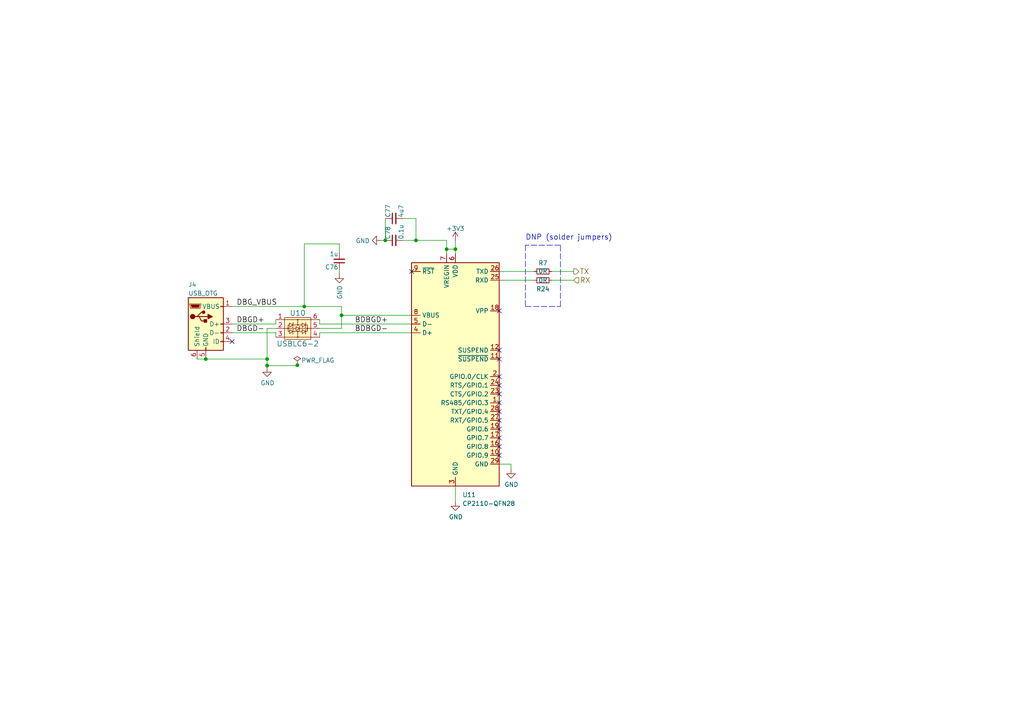
<source format=kicad_sch>
(kicad_sch (version 20211123) (generator eeschema)

  (uuid 710408c0-a240-4966-a947-ddad271d1075)

  (paper "A4")

  (lib_symbols
    (symbol "Connector:USB_OTG" (pin_names (offset 1.016)) (in_bom yes) (on_board yes)
      (property "Reference" "J" (id 0) (at -5.08 11.43 0)
        (effects (font (size 1.27 1.27)) (justify left))
      )
      (property "Value" "USB_OTG" (id 1) (at -5.08 8.89 0)
        (effects (font (size 1.27 1.27)) (justify left))
      )
      (property "Footprint" "" (id 2) (at 3.81 -1.27 0)
        (effects (font (size 1.27 1.27)) hide)
      )
      (property "Datasheet" " ~" (id 3) (at 3.81 -1.27 0)
        (effects (font (size 1.27 1.27)) hide)
      )
      (property "ki_keywords" "connector USB" (id 4) (at 0 0 0)
        (effects (font (size 1.27 1.27)) hide)
      )
      (property "ki_description" "USB mini/micro connector" (id 5) (at 0 0 0)
        (effects (font (size 1.27 1.27)) hide)
      )
      (property "ki_fp_filters" "USB*" (id 6) (at 0 0 0)
        (effects (font (size 1.27 1.27)) hide)
      )
      (symbol "USB_OTG_0_1"
        (rectangle (start -5.08 -7.62) (end 5.08 7.62)
          (stroke (width 0.254) (type default) (color 0 0 0 0))
          (fill (type background))
        )
        (circle (center -3.81 2.159) (radius 0.635)
          (stroke (width 0.254) (type default) (color 0 0 0 0))
          (fill (type outline))
        )
        (circle (center -0.635 3.429) (radius 0.381)
          (stroke (width 0.254) (type default) (color 0 0 0 0))
          (fill (type outline))
        )
        (rectangle (start -0.127 -7.62) (end 0.127 -6.858)
          (stroke (width 0) (type default) (color 0 0 0 0))
          (fill (type none))
        )
        (polyline
          (pts
            (xy -1.905 2.159)
            (xy 0.635 2.159)
          )
          (stroke (width 0.254) (type default) (color 0 0 0 0))
          (fill (type none))
        )
        (polyline
          (pts
            (xy -3.175 2.159)
            (xy -2.54 2.159)
            (xy -1.27 3.429)
            (xy -0.635 3.429)
          )
          (stroke (width 0.254) (type default) (color 0 0 0 0))
          (fill (type none))
        )
        (polyline
          (pts
            (xy -2.54 2.159)
            (xy -1.905 2.159)
            (xy -1.27 0.889)
            (xy 0 0.889)
          )
          (stroke (width 0.254) (type default) (color 0 0 0 0))
          (fill (type none))
        )
        (polyline
          (pts
            (xy 0.635 2.794)
            (xy 0.635 1.524)
            (xy 1.905 2.159)
            (xy 0.635 2.794)
          )
          (stroke (width 0.254) (type default) (color 0 0 0 0))
          (fill (type outline))
        )
        (polyline
          (pts
            (xy -4.318 5.588)
            (xy -1.778 5.588)
            (xy -2.032 4.826)
            (xy -4.064 4.826)
            (xy -4.318 5.588)
          )
          (stroke (width 0) (type default) (color 0 0 0 0))
          (fill (type outline))
        )
        (polyline
          (pts
            (xy -4.699 5.842)
            (xy -4.699 5.588)
            (xy -4.445 4.826)
            (xy -4.445 4.572)
            (xy -1.651 4.572)
            (xy -1.651 4.826)
            (xy -1.397 5.588)
            (xy -1.397 5.842)
            (xy -4.699 5.842)
          )
          (stroke (width 0) (type default) (color 0 0 0 0))
          (fill (type none))
        )
        (rectangle (start 0.254 1.27) (end -0.508 0.508)
          (stroke (width 0.254) (type default) (color 0 0 0 0))
          (fill (type outline))
        )
        (rectangle (start 5.08 -5.207) (end 4.318 -4.953)
          (stroke (width 0) (type default) (color 0 0 0 0))
          (fill (type none))
        )
        (rectangle (start 5.08 -2.667) (end 4.318 -2.413)
          (stroke (width 0) (type default) (color 0 0 0 0))
          (fill (type none))
        )
        (rectangle (start 5.08 -0.127) (end 4.318 0.127)
          (stroke (width 0) (type default) (color 0 0 0 0))
          (fill (type none))
        )
        (rectangle (start 5.08 4.953) (end 4.318 5.207)
          (stroke (width 0) (type default) (color 0 0 0 0))
          (fill (type none))
        )
      )
      (symbol "USB_OTG_1_1"
        (pin passive line (at 7.62 5.08 180) (length 2.54)
          (name "VBUS" (effects (font (size 1.27 1.27))))
          (number "1" (effects (font (size 1.27 1.27))))
        )
        (pin bidirectional line (at 7.62 -2.54 180) (length 2.54)
          (name "D-" (effects (font (size 1.27 1.27))))
          (number "2" (effects (font (size 1.27 1.27))))
        )
        (pin bidirectional line (at 7.62 0 180) (length 2.54)
          (name "D+" (effects (font (size 1.27 1.27))))
          (number "3" (effects (font (size 1.27 1.27))))
        )
        (pin passive line (at 7.62 -5.08 180) (length 2.54)
          (name "ID" (effects (font (size 1.27 1.27))))
          (number "4" (effects (font (size 1.27 1.27))))
        )
        (pin passive line (at 0 -10.16 90) (length 2.54)
          (name "GND" (effects (font (size 1.27 1.27))))
          (number "5" (effects (font (size 1.27 1.27))))
        )
        (pin passive line (at -2.54 -10.16 90) (length 2.54)
          (name "Shield" (effects (font (size 1.27 1.27))))
          (number "6" (effects (font (size 1.27 1.27))))
        )
      )
    )
    (symbol "Device:C_Small" (pin_numbers hide) (pin_names (offset 0.254) hide) (in_bom yes) (on_board yes)
      (property "Reference" "C" (id 0) (at 0.254 1.778 0)
        (effects (font (size 1.27 1.27)) (justify left))
      )
      (property "Value" "C_Small" (id 1) (at 0.254 -2.032 0)
        (effects (font (size 1.27 1.27)) (justify left))
      )
      (property "Footprint" "" (id 2) (at 0 0 0)
        (effects (font (size 1.27 1.27)) hide)
      )
      (property "Datasheet" "~" (id 3) (at 0 0 0)
        (effects (font (size 1.27 1.27)) hide)
      )
      (property "ki_keywords" "capacitor cap" (id 4) (at 0 0 0)
        (effects (font (size 1.27 1.27)) hide)
      )
      (property "ki_description" "Unpolarized capacitor, small symbol" (id 5) (at 0 0 0)
        (effects (font (size 1.27 1.27)) hide)
      )
      (property "ki_fp_filters" "C_*" (id 6) (at 0 0 0)
        (effects (font (size 1.27 1.27)) hide)
      )
      (symbol "C_Small_0_1"
        (polyline
          (pts
            (xy -1.524 -0.508)
            (xy 1.524 -0.508)
          )
          (stroke (width 0.3302) (type default) (color 0 0 0 0))
          (fill (type none))
        )
        (polyline
          (pts
            (xy -1.524 0.508)
            (xy 1.524 0.508)
          )
          (stroke (width 0.3048) (type default) (color 0 0 0 0))
          (fill (type none))
        )
      )
      (symbol "C_Small_1_1"
        (pin passive line (at 0 2.54 270) (length 2.032)
          (name "~" (effects (font (size 1.27 1.27))))
          (number "1" (effects (font (size 1.27 1.27))))
        )
        (pin passive line (at 0 -2.54 90) (length 2.032)
          (name "~" (effects (font (size 1.27 1.27))))
          (number "2" (effects (font (size 1.27 1.27))))
        )
      )
    )
    (symbol "Device:R_Small" (pin_numbers hide) (pin_names (offset 0.254) hide) (in_bom yes) (on_board yes)
      (property "Reference" "R" (id 0) (at 0.762 0.508 0)
        (effects (font (size 1.27 1.27)) (justify left))
      )
      (property "Value" "R_Small" (id 1) (at 0.762 -1.016 0)
        (effects (font (size 1.27 1.27)) (justify left))
      )
      (property "Footprint" "" (id 2) (at 0 0 0)
        (effects (font (size 1.27 1.27)) hide)
      )
      (property "Datasheet" "~" (id 3) (at 0 0 0)
        (effects (font (size 1.27 1.27)) hide)
      )
      (property "ki_keywords" "R resistor" (id 4) (at 0 0 0)
        (effects (font (size 1.27 1.27)) hide)
      )
      (property "ki_description" "Resistor, small symbol" (id 5) (at 0 0 0)
        (effects (font (size 1.27 1.27)) hide)
      )
      (property "ki_fp_filters" "R_*" (id 6) (at 0 0 0)
        (effects (font (size 1.27 1.27)) hide)
      )
      (symbol "R_Small_0_1"
        (rectangle (start -0.762 1.778) (end 0.762 -1.778)
          (stroke (width 0.2032) (type default) (color 0 0 0 0))
          (fill (type none))
        )
      )
      (symbol "R_Small_1_1"
        (pin passive line (at 0 2.54 270) (length 0.762)
          (name "~" (effects (font (size 1.27 1.27))))
          (number "1" (effects (font (size 1.27 1.27))))
        )
        (pin passive line (at 0 -2.54 90) (length 0.762)
          (name "~" (effects (font (size 1.27 1.27))))
          (number "2" (effects (font (size 1.27 1.27))))
        )
      )
    )
    (symbol "My 1024 Symbols:CP2110-QFN28" (in_bom yes) (on_board yes)
      (property "Reference" "U" (id 0) (at -8.89 39.37 0)
        (effects (font (size 1.27 1.27)))
      )
      (property "Value" "CP2110-QFN28" (id 1) (at 13.97 39.37 0)
        (effects (font (size 1.27 1.27)))
      )
      (property "Footprint" "Package_DFN_QFN:QFN-28-1EP_5x5mm_P0.5mm_EP3.35x3.35mm_ThermalVias" (id 2) (at 11.43 -41.91 0)
        (effects (font (size 1.27 1.27)) hide)
      )
      (property "Datasheet" "https://www.silabs.com/documents/public/data-sheets/cp2102n-datasheet.pdf" (id 3) (at 3.81 -38.1 0)
        (effects (font (size 1.27 1.27)) hide)
      )
      (property "ki_keywords" "USB UART bridge" (id 4) (at 0 0 0)
        (effects (font (size 1.27 1.27)) hide)
      )
      (property "ki_description" "USB to UART master bridge, QFN-24" (id 5) (at 0 0 0)
        (effects (font (size 1.27 1.27)) hide)
      )
      (property "ki_fp_filters" "QFN*4x4mm*P0.5mm*" (id 6) (at 0 0 0)
        (effects (font (size 1.27 1.27)) hide)
      )
      (symbol "CP2110-QFN28_0_1"
        (rectangle (start -12.7 38.1) (end 12.7 -26.67)
          (stroke (width 0.254) (type default) (color 0 0 0 0))
          (fill (type background))
        )
      )
      (symbol "CP2110-QFN28_1_1"
        (pin bidirectional line (at 12.7 -2.54 180) (length 2.54)
          (name "RS485/GPIO.3" (effects (font (size 1.27 1.27))))
          (number "1" (effects (font (size 1.27 1.27))))
        )
        (pin bidirectional line (at 12.7 -17.78 180) (length 2.54)
          (name "GPIO.9" (effects (font (size 1.27 1.27))))
          (number "10" (effects (font (size 1.27 1.27))))
        )
        (pin output line (at 12.7 10.16 180) (length 2.54)
          (name "~{SUSPEND}" (effects (font (size 1.27 1.27))))
          (number "11" (effects (font (size 1.27 1.27))))
        )
        (pin output line (at 12.7 12.7 180) (length 2.54)
          (name "SUSPEND" (effects (font (size 1.27 1.27))))
          (number "12" (effects (font (size 1.27 1.27))))
        )
        (pin no_connect line (at -12.7 -10.16 0) (length 2.54) hide
          (name "NC" (effects (font (size 1.27 1.27))))
          (number "13" (effects (font (size 1.27 1.27))))
        )
        (pin no_connect line (at -12.7 -12.7 0) (length 2.54) hide
          (name "NC" (effects (font (size 1.27 1.27))))
          (number "14" (effects (font (size 1.27 1.27))))
        )
        (pin no_connect line (at -12.7 -15.24 0) (length 2.54) hide
          (name "NC" (effects (font (size 1.27 1.27))))
          (number "15" (effects (font (size 1.27 1.27))))
        )
        (pin bidirectional line (at 12.7 -15.24 180) (length 2.54)
          (name "GPIO.8" (effects (font (size 1.27 1.27))))
          (number "16" (effects (font (size 1.27 1.27))))
        )
        (pin bidirectional line (at 12.7 -12.7 180) (length 2.54)
          (name "GPIO.7" (effects (font (size 1.27 1.27))))
          (number "17" (effects (font (size 1.27 1.27))))
        )
        (pin passive line (at 12.7 24.13 180) (length 2.54)
          (name "VPP" (effects (font (size 1.27 1.27))))
          (number "18" (effects (font (size 1.27 1.27))))
        )
        (pin bidirectional line (at 12.7 -10.16 180) (length 2.54)
          (name "GPIO.6" (effects (font (size 1.27 1.27))))
          (number "19" (effects (font (size 1.27 1.27))))
        )
        (pin bidirectional line (at 12.7 5.08 180) (length 2.54)
          (name "GPIO.0/CLK" (effects (font (size 1.27 1.27))))
          (number "2" (effects (font (size 1.27 1.27))))
        )
        (pin no_connect line (at -12.7 -17.78 0) (length 2.54) hide
          (name "NC" (effects (font (size 1.27 1.27))))
          (number "20" (effects (font (size 1.27 1.27))))
        )
        (pin no_connect line (at -12.7 -20.32 0) (length 2.54) hide
          (name "NC" (effects (font (size 1.27 1.27))))
          (number "21" (effects (font (size 1.27 1.27))))
        )
        (pin no_connect line (at -12.7 -22.86 0) (length 2.54) hide
          (name "NC" (effects (font (size 1.27 1.27))))
          (number "22" (effects (font (size 1.27 1.27))))
        )
        (pin bidirectional line (at 12.7 0 180) (length 2.54)
          (name "CTS/GPIO.2" (effects (font (size 1.27 1.27))))
          (number "23" (effects (font (size 1.27 1.27))))
        )
        (pin bidirectional line (at 12.7 2.54 180) (length 2.54)
          (name "RTS/GPIO.1" (effects (font (size 1.27 1.27))))
          (number "24" (effects (font (size 1.27 1.27))))
        )
        (pin input line (at 12.7 33.02 180) (length 2.54)
          (name "RXD" (effects (font (size 1.27 1.27))))
          (number "25" (effects (font (size 1.27 1.27))))
        )
        (pin output line (at 12.7 35.56 180) (length 2.54)
          (name "TXD" (effects (font (size 1.27 1.27))))
          (number "26" (effects (font (size 1.27 1.27))))
        )
        (pin bidirectional line (at 12.7 -7.62 180) (length 2.54)
          (name "RXT/GPIO.5" (effects (font (size 1.27 1.27))))
          (number "27" (effects (font (size 1.27 1.27))))
        )
        (pin bidirectional line (at 12.7 -5.08 180) (length 2.54)
          (name "TXT/GPIO.4" (effects (font (size 1.27 1.27))))
          (number "28" (effects (font (size 1.27 1.27))))
        )
        (pin power_in line (at 12.7 -20.32 180) (length 2.54)
          (name "GND" (effects (font (size 1.27 1.27))))
          (number "29" (effects (font (size 1.27 1.27))))
        )
        (pin power_in line (at 0 -26.67 90) (length 2.54)
          (name "GND" (effects (font (size 1.27 1.27))))
          (number "3" (effects (font (size 1.27 1.27))))
        )
        (pin bidirectional line (at -12.7 17.78 0) (length 2.54)
          (name "D+" (effects (font (size 1.27 1.27))))
          (number "4" (effects (font (size 1.27 1.27))))
        )
        (pin bidirectional line (at -12.7 20.32 0) (length 2.54)
          (name "D-" (effects (font (size 1.27 1.27))))
          (number "5" (effects (font (size 1.27 1.27))))
        )
        (pin power_in line (at 0 40.64 270) (length 2.54)
          (name "VDD" (effects (font (size 1.27 1.27))))
          (number "6" (effects (font (size 1.27 1.27))))
        )
        (pin power_in line (at -2.54 40.64 270) (length 2.54)
          (name "VREGIN" (effects (font (size 1.27 1.27))))
          (number "7" (effects (font (size 1.27 1.27))))
        )
        (pin input line (at -12.7 22.86 0) (length 2.54)
          (name "VBUS" (effects (font (size 1.27 1.27))))
          (number "8" (effects (font (size 1.27 1.27))))
        )
        (pin input line (at -12.7 35.56 0) (length 2.54)
          (name "~{RST}" (effects (font (size 1.27 1.27))))
          (number "9" (effects (font (size 1.27 1.27))))
        )
      )
    )
    (symbol "power:+3.3V" (power) (pin_names (offset 0)) (in_bom yes) (on_board yes)
      (property "Reference" "#PWR" (id 0) (at 0 -3.81 0)
        (effects (font (size 1.27 1.27)) hide)
      )
      (property "Value" "+3.3V" (id 1) (at 0 3.556 0)
        (effects (font (size 1.27 1.27)))
      )
      (property "Footprint" "" (id 2) (at 0 0 0)
        (effects (font (size 1.27 1.27)) hide)
      )
      (property "Datasheet" "" (id 3) (at 0 0 0)
        (effects (font (size 1.27 1.27)) hide)
      )
      (property "ki_keywords" "power-flag" (id 4) (at 0 0 0)
        (effects (font (size 1.27 1.27)) hide)
      )
      (property "ki_description" "Power symbol creates a global label with name \"+3.3V\"" (id 5) (at 0 0 0)
        (effects (font (size 1.27 1.27)) hide)
      )
      (symbol "+3.3V_0_1"
        (polyline
          (pts
            (xy -0.762 1.27)
            (xy 0 2.54)
          )
          (stroke (width 0) (type default) (color 0 0 0 0))
          (fill (type none))
        )
        (polyline
          (pts
            (xy 0 0)
            (xy 0 2.54)
          )
          (stroke (width 0) (type default) (color 0 0 0 0))
          (fill (type none))
        )
        (polyline
          (pts
            (xy 0 2.54)
            (xy 0.762 1.27)
          )
          (stroke (width 0) (type default) (color 0 0 0 0))
          (fill (type none))
        )
      )
      (symbol "+3.3V_1_1"
        (pin power_in line (at 0 0 90) (length 0) hide
          (name "+3V3" (effects (font (size 1.27 1.27))))
          (number "1" (effects (font (size 1.27 1.27))))
        )
      )
    )
    (symbol "power:GND" (power) (pin_names (offset 0)) (in_bom yes) (on_board yes)
      (property "Reference" "#PWR" (id 0) (at 0 -6.35 0)
        (effects (font (size 1.27 1.27)) hide)
      )
      (property "Value" "GND" (id 1) (at 0 -3.81 0)
        (effects (font (size 1.27 1.27)))
      )
      (property "Footprint" "" (id 2) (at 0 0 0)
        (effects (font (size 1.27 1.27)) hide)
      )
      (property "Datasheet" "" (id 3) (at 0 0 0)
        (effects (font (size 1.27 1.27)) hide)
      )
      (property "ki_keywords" "power-flag" (id 4) (at 0 0 0)
        (effects (font (size 1.27 1.27)) hide)
      )
      (property "ki_description" "Power symbol creates a global label with name \"GND\" , ground" (id 5) (at 0 0 0)
        (effects (font (size 1.27 1.27)) hide)
      )
      (symbol "GND_0_1"
        (polyline
          (pts
            (xy 0 0)
            (xy 0 -1.27)
            (xy 1.27 -1.27)
            (xy 0 -2.54)
            (xy -1.27 -1.27)
            (xy 0 -1.27)
          )
          (stroke (width 0) (type default) (color 0 0 0 0))
          (fill (type none))
        )
      )
      (symbol "GND_1_1"
        (pin power_in line (at 0 0 270) (length 0) hide
          (name "GND" (effects (font (size 1.27 1.27))))
          (number "1" (effects (font (size 1.27 1.27))))
        )
      )
    )
    (symbol "power:PWR_FLAG" (power) (pin_numbers hide) (pin_names (offset 0) hide) (in_bom yes) (on_board yes)
      (property "Reference" "#FLG" (id 0) (at 0 1.905 0)
        (effects (font (size 1.27 1.27)) hide)
      )
      (property "Value" "PWR_FLAG" (id 1) (at 0 3.81 0)
        (effects (font (size 1.27 1.27)))
      )
      (property "Footprint" "" (id 2) (at 0 0 0)
        (effects (font (size 1.27 1.27)) hide)
      )
      (property "Datasheet" "~" (id 3) (at 0 0 0)
        (effects (font (size 1.27 1.27)) hide)
      )
      (property "ki_keywords" "power-flag" (id 4) (at 0 0 0)
        (effects (font (size 1.27 1.27)) hide)
      )
      (property "ki_description" "Special symbol for telling ERC where power comes from" (id 5) (at 0 0 0)
        (effects (font (size 1.27 1.27)) hide)
      )
      (symbol "PWR_FLAG_0_0"
        (pin power_out line (at 0 0 90) (length 0)
          (name "pwr" (effects (font (size 1.27 1.27))))
          (number "1" (effects (font (size 1.27 1.27))))
        )
      )
      (symbol "PWR_FLAG_0_1"
        (polyline
          (pts
            (xy 0 0)
            (xy 0 1.27)
            (xy -1.016 1.905)
            (xy 0 2.54)
            (xy 1.016 1.905)
            (xy 0 1.27)
          )
          (stroke (width 0) (type default) (color 0 0 0 0))
          (fill (type none))
        )
      )
    )
    (symbol "usblc6-2:USBLC6-2" (pin_names (offset 1.016)) (in_bom yes) (on_board yes)
      (property "Reference" "U" (id 0) (at 0 4.445 0)
        (effects (font (size 1.524 1.524)))
      )
      (property "Value" "USBLC6-2" (id 1) (at 0 -4.445 0)
        (effects (font (size 1.524 1.524)))
      )
      (property "Footprint" "" (id 2) (at 0 -0.508 0)
        (effects (font (size 1.524 1.524)) hide)
      )
      (property "Datasheet" "" (id 3) (at 0 -0.508 0)
        (effects (font (size 1.524 1.524)) hide)
      )
      (property "ki_fp_filters" "SOT23-6" (id 4) (at 0 0 0)
        (effects (font (size 1.27 1.27)) hide)
      )
      (symbol "USBLC6-2_0_1"
        (rectangle (start -3.81 3.175) (end 3.81 -3.175)
          (stroke (width 0) (type default) (color 0 0 0 0))
          (fill (type background))
        )
        (circle (center -2.794 0) (radius 0.127)
          (stroke (width 0) (type default) (color 0 0 0 0))
          (fill (type none))
        )
        (circle (center 0 -2.54) (radius 0.127)
          (stroke (width 0) (type default) (color 0 0 0 0))
          (fill (type none))
        )
        (circle (center 0 -0.889) (radius 0.127)
          (stroke (width 0) (type default) (color 0 0 0 0))
          (fill (type none))
        )
        (polyline
          (pts
            (xy -3.81 -2.54)
            (xy 3.81 -2.54)
          )
          (stroke (width 0) (type default) (color 0 0 0 0))
          (fill (type none))
        )
        (polyline
          (pts
            (xy -1.397 -1.524)
            (xy -1.524 -1.651)
          )
          (stroke (width 0) (type default) (color 0 0 0 0))
          (fill (type none))
        )
        (polyline
          (pts
            (xy -1.397 -0.889)
            (xy 1.27 -0.889)
          )
          (stroke (width 0) (type default) (color 0 0 0 0))
          (fill (type none))
        )
        (polyline
          (pts
            (xy -1.397 -0.381)
            (xy -1.397 -1.524)
          )
          (stroke (width 0) (type default) (color 0 0 0 0))
          (fill (type none))
        )
        (polyline
          (pts
            (xy -1.397 -0.381)
            (xy -1.27 -0.254)
          )
          (stroke (width 0) (type default) (color 0 0 0 0))
          (fill (type none))
        )
        (polyline
          (pts
            (xy -1.397 0.381)
            (xy -1.524 0.254)
          )
          (stroke (width 0) (type default) (color 0 0 0 0))
          (fill (type none))
        )
        (polyline
          (pts
            (xy -1.397 1.016)
            (xy 1.27 1.016)
          )
          (stroke (width 0) (type default) (color 0 0 0 0))
          (fill (type none))
        )
        (polyline
          (pts
            (xy -1.397 1.524)
            (xy -1.397 0.381)
          )
          (stroke (width 0) (type default) (color 0 0 0 0))
          (fill (type none))
        )
        (polyline
          (pts
            (xy -1.397 1.524)
            (xy -1.27 1.651)
          )
          (stroke (width 0) (type default) (color 0 0 0 0))
          (fill (type none))
        )
        (polyline
          (pts
            (xy -0.508 0)
            (xy -3.81 0)
          )
          (stroke (width 0) (type default) (color 0 0 0 0))
          (fill (type none))
        )
        (polyline
          (pts
            (xy 0 -0.889)
            (xy 0 -2.54)
          )
          (stroke (width 0) (type default) (color 0 0 0 0))
          (fill (type none))
        )
        (polyline
          (pts
            (xy 0 1.016)
            (xy 0 2.54)
          )
          (stroke (width 0) (type default) (color 0 0 0 0))
          (fill (type none))
        )
        (polyline
          (pts
            (xy 0.381 -0.635)
            (xy 0.508 -0.508)
          )
          (stroke (width 0) (type default) (color 0 0 0 0))
          (fill (type none))
        )
        (polyline
          (pts
            (xy 0.508 0)
            (xy 3.81 0)
          )
          (stroke (width 0) (type default) (color 0 0 0 0))
          (fill (type none))
        )
        (polyline
          (pts
            (xy 0.508 0.508)
            (xy 0.508 -0.508)
          )
          (stroke (width 0) (type default) (color 0 0 0 0))
          (fill (type none))
        )
        (polyline
          (pts
            (xy 0.508 0.508)
            (xy 0.635 0.635)
          )
          (stroke (width 0) (type default) (color 0 0 0 0))
          (fill (type none))
        )
        (polyline
          (pts
            (xy 2.286 -1.524)
            (xy 2.159 -1.651)
          )
          (stroke (width 0) (type default) (color 0 0 0 0))
          (fill (type none))
        )
        (polyline
          (pts
            (xy 2.286 -0.381)
            (xy 2.286 -1.524)
          )
          (stroke (width 0) (type default) (color 0 0 0 0))
          (fill (type none))
        )
        (polyline
          (pts
            (xy 2.286 -0.381)
            (xy 2.413 -0.254)
          )
          (stroke (width 0) (type default) (color 0 0 0 0))
          (fill (type none))
        )
        (polyline
          (pts
            (xy 2.286 0.381)
            (xy 2.159 0.254)
          )
          (stroke (width 0) (type default) (color 0 0 0 0))
          (fill (type none))
        )
        (polyline
          (pts
            (xy 2.286 1.524)
            (xy 2.286 0.381)
          )
          (stroke (width 0) (type default) (color 0 0 0 0))
          (fill (type none))
        )
        (polyline
          (pts
            (xy 2.286 1.524)
            (xy 2.413 1.651)
          )
          (stroke (width 0) (type default) (color 0 0 0 0))
          (fill (type none))
        )
        (polyline
          (pts
            (xy 3.81 2.54)
            (xy -3.81 2.54)
          )
          (stroke (width 0) (type default) (color 0 0 0 0))
          (fill (type none))
        )
        (polyline
          (pts
            (xy -2.413 -0.889)
            (xy -2.794 -0.889)
            (xy -2.794 1.016)
            (xy -2.413 1.016)
          )
          (stroke (width 0) (type default) (color 0 0 0 0))
          (fill (type none))
        )
        (polyline
          (pts
            (xy -2.413 -0.381)
            (xy -2.413 -1.524)
            (xy -1.397 -0.889)
            (xy -2.413 -0.381)
          )
          (stroke (width 0) (type default) (color 0 0 0 0))
          (fill (type none))
        )
        (polyline
          (pts
            (xy -2.413 1.524)
            (xy -2.413 0.381)
            (xy -1.397 1.016)
            (xy -2.413 1.524)
          )
          (stroke (width 0) (type default) (color 0 0 0 0))
          (fill (type none))
        )
        (polyline
          (pts
            (xy -0.508 0.508)
            (xy -0.508 -0.635)
            (xy 0.508 0)
            (xy -0.508 0.508)
          )
          (stroke (width 0) (type default) (color 0 0 0 0))
          (fill (type none))
        )
        (polyline
          (pts
            (xy 1.27 -0.381)
            (xy 1.27 -1.524)
            (xy 2.286 -0.889)
            (xy 1.27 -0.381)
          )
          (stroke (width 0) (type default) (color 0 0 0 0))
          (fill (type none))
        )
        (polyline
          (pts
            (xy 1.27 1.524)
            (xy 1.27 0.381)
            (xy 2.286 1.016)
            (xy 1.27 1.524)
          )
          (stroke (width 0) (type default) (color 0 0 0 0))
          (fill (type none))
        )
        (polyline
          (pts
            (xy 2.286 1.016)
            (xy 2.667 1.016)
            (xy 2.794 1.016)
            (xy 2.794 -0.889)
            (xy 2.286 -0.889)
          )
          (stroke (width 0) (type default) (color 0 0 0 0))
          (fill (type none))
        )
        (circle (center 0 1.016) (radius 0.127)
          (stroke (width 0) (type default) (color 0 0 0 0))
          (fill (type none))
        )
        (circle (center 0 2.54) (radius 0.127)
          (stroke (width 0) (type default) (color 0 0 0 0))
          (fill (type none))
        )
        (circle (center 2.794 0) (radius 0.127)
          (stroke (width 0) (type default) (color 0 0 0 0))
          (fill (type none))
        )
      )
      (symbol "USBLC6-2_1_1"
        (pin bidirectional line (at -6.35 2.54 0) (length 2.54)
          (name "~" (effects (font (size 1.27 1.27))))
          (number "1" (effects (font (size 1.27 1.27))))
        )
        (pin bidirectional line (at -6.35 0 0) (length 2.54)
          (name "~" (effects (font (size 1.27 1.27))))
          (number "2" (effects (font (size 1.27 1.27))))
        )
        (pin bidirectional line (at -6.35 -2.54 0) (length 2.54)
          (name "~" (effects (font (size 1.27 1.27))))
          (number "3" (effects (font (size 1.27 1.27))))
        )
        (pin bidirectional line (at 6.35 -2.54 180) (length 2.54)
          (name "~" (effects (font (size 1.27 1.27))))
          (number "4" (effects (font (size 1.27 1.27))))
        )
        (pin bidirectional line (at 6.35 0 180) (length 2.54)
          (name "~" (effects (font (size 1.27 1.27))))
          (number "5" (effects (font (size 1.27 1.27))))
        )
        (pin bidirectional line (at 6.35 2.54 180) (length 2.54)
          (name "~" (effects (font (size 1.27 1.27))))
          (number "6" (effects (font (size 1.27 1.27))))
        )
      )
    )
  )

  (junction (at 111.76 69.723) (diameter 0) (color 0 0 0 0)
    (uuid 00939776-5349-4d6e-8797-b3d29b4a09a0)
  )
  (junction (at 120.65 69.723) (diameter 0) (color 0 0 0 0)
    (uuid 2043c7d6-1784-4d98-9ccb-008d17749410)
  )
  (junction (at 129.54 72.263) (diameter 0) (color 0 0 0 0)
    (uuid 2e387939-3e6d-4a6d-a379-a634e39d9e26)
  )
  (junction (at 132.08 72.263) (diameter 0) (color 0 0 0 0)
    (uuid 56e06569-9840-41cf-8067-b6c98f6e953c)
  )
  (junction (at 77.47 106.045) (diameter 0) (color 0 0 0 0)
    (uuid 7c4395dd-21c6-4396-a093-924f29c80e91)
  )
  (junction (at 99.06 91.44) (diameter 0) (color 0 0 0 0)
    (uuid 9173b9b4-b668-4dfe-ad35-33c3a032b0f6)
  )
  (junction (at 77.47 104.14) (diameter 0) (color 0 0 0 0)
    (uuid 96aae949-c3a2-4db9-b5a5-3fde0636ebe4)
  )
  (junction (at 86.233 105.918) (diameter 0) (color 0 0 0 0)
    (uuid babca45e-48ac-443d-b047-b61e516293c6)
  )
  (junction (at 59.69 104.14) (diameter 0) (color 0 0 0 0)
    (uuid c35acf5e-039d-41d1-ace5-cdb0216ada6c)
  )
  (junction (at 88.265 88.9) (diameter 0) (color 0 0 0 0)
    (uuid ded994ca-fe89-4bc0-96db-320ff3d062c2)
  )

  (no_connect (at 144.78 111.76) (uuid 06048908-9173-48cc-a370-806faa1ca11d))
  (no_connect (at 144.78 104.14) (uuid 0719ef45-8469-4d84-9a15-f0a6d98f1513))
  (no_connect (at 144.78 124.46) (uuid 12241f07-2aa2-430f-b1f5-735d17b1cc19))
  (no_connect (at 144.78 127) (uuid 2dc6deef-5679-412b-a60c-d607e10b633a))
  (no_connect (at 67.31 99.06) (uuid 36103841-d0f9-4816-a28e-71039685d68c))
  (no_connect (at 144.78 109.22) (uuid 37abdf73-2143-4169-b699-f0ee8a082dc0))
  (no_connect (at 144.78 116.84) (uuid 4e8109e0-a67e-479d-9e7b-7eb7e6583570))
  (no_connect (at 144.78 121.92) (uuid 55b8ea0a-55d6-4ca4-8ce0-3d8f45915152))
  (no_connect (at 144.78 129.54) (uuid 6ab212ad-f9d8-48d7-bbc5-9eb3f0a1c4a9))
  (no_connect (at 144.78 114.3) (uuid 6ff3d715-b265-47c3-bff4-c078137e96ea))
  (no_connect (at 119.38 78.74) (uuid 848dbdf8-7e30-4573-93d7-aeb3800e7822))
  (no_connect (at 144.78 101.6) (uuid b665fc6f-1a9e-4f96-afba-5bea0d0c463e))
  (no_connect (at 144.78 132.08) (uuid d06d4b95-7954-4f1b-a2f1-ac7ec878c218))
  (no_connect (at 144.78 90.17) (uuid e11b2dc8-0300-4ab7-89fd-580fb3216ce1))
  (no_connect (at 144.78 119.38) (uuid f1161830-563d-4a8a-a6aa-0211020e85b6))

  (polyline (pts (xy 152.4 88.9) (xy 162.56 88.9))
    (stroke (width 0) (type default) (color 0 0 0 0))
    (uuid 0b296c27-0219-45ea-a3a7-c793bbeafb01)
  )

  (wire (pts (xy 166.37 81.28) (xy 160.02 81.28))
    (stroke (width 0) (type default) (color 0 0 0 0))
    (uuid 0fbaff59-7b7f-4c75-8c4d-115f863ca7eb)
  )
  (wire (pts (xy 116.84 63.373) (xy 120.65 63.373))
    (stroke (width 0) (type default) (color 0 0 0 0))
    (uuid 13cc6d26-feeb-42fb-b5e2-9ee4914a2254)
  )
  (wire (pts (xy 92.71 96.52) (xy 119.38 96.52))
    (stroke (width 0) (type default) (color 0 0 0 0))
    (uuid 15ab5421-b4a2-4201-8f0f-97e48d790f04)
  )
  (wire (pts (xy 67.31 93.98) (xy 80.01 93.98))
    (stroke (width 0) (type default) (color 0 0 0 0))
    (uuid 19140817-095b-4b38-bd0f-c48ee0174e19)
  )
  (wire (pts (xy 57.15 104.14) (xy 59.69 104.14))
    (stroke (width 0) (type default) (color 0 0 0 0))
    (uuid 1a75e7a7-450e-40fa-9a8e-f369657da98c)
  )
  (wire (pts (xy 99.06 88.9) (xy 99.06 91.44))
    (stroke (width 0) (type default) (color 0 0 0 0))
    (uuid 1cf460b9-342c-4f52-a593-61d7e9680e5b)
  )
  (wire (pts (xy 80.01 96.52) (xy 80.01 97.79))
    (stroke (width 0) (type default) (color 0 0 0 0))
    (uuid 24feb0ea-2392-4a57-ac32-ea13adf83c90)
  )
  (wire (pts (xy 88.265 88.9) (xy 99.06 88.9))
    (stroke (width 0) (type default) (color 0 0 0 0))
    (uuid 25f8d873-c5a0-47ac-9d37-bfd56913671a)
  )
  (polyline (pts (xy 152.4 71.12) (xy 152.4 88.9))
    (stroke (width 0) (type default) (color 0 0 0 0))
    (uuid 274c1b80-32e6-494e-b794-790cdb52a6a3)
  )

  (wire (pts (xy 129.54 69.723) (xy 129.54 72.263))
    (stroke (width 0) (type default) (color 0 0 0 0))
    (uuid 3285e223-3bd0-472f-ac3c-856f17eba089)
  )
  (wire (pts (xy 129.54 69.723) (xy 120.65 69.723))
    (stroke (width 0) (type default) (color 0 0 0 0))
    (uuid 33ddc132-087d-4bf4-82e1-9788c42df2b3)
  )
  (wire (pts (xy 111.76 69.723) (xy 111.76 63.373))
    (stroke (width 0) (type default) (color 0 0 0 0))
    (uuid 382c185d-0cbb-4ce0-8911-dff3fa30e353)
  )
  (polyline (pts (xy 162.56 71.12) (xy 152.4 71.12))
    (stroke (width 0) (type default) (color 0 0 0 0))
    (uuid 3e0d9b05-c1f5-4561-bb27-9a798896db14)
  )

  (wire (pts (xy 77.47 95.25) (xy 77.47 104.14))
    (stroke (width 0) (type default) (color 0 0 0 0))
    (uuid 534f19d5-b8b0-4741-81cf-bb89b9296d6d)
  )
  (wire (pts (xy 86.233 105.918) (xy 86.233 106.045))
    (stroke (width 0) (type default) (color 0 0 0 0))
    (uuid 54c3f23c-c48b-42c7-b0a8-ebd025a01c31)
  )
  (wire (pts (xy 98.425 79.502) (xy 98.425 78.232))
    (stroke (width 0) (type default) (color 0 0 0 0))
    (uuid 581fb086-2cf5-430e-b7db-f72fc68f00db)
  )
  (wire (pts (xy 67.31 88.9) (xy 88.265 88.9))
    (stroke (width 0) (type default) (color 0 0 0 0))
    (uuid 59836595-8dbd-4826-9dba-964ac22b74b9)
  )
  (wire (pts (xy 144.78 81.28) (xy 154.94 81.28))
    (stroke (width 0) (type default) (color 0 0 0 0))
    (uuid 5af196e0-6b86-4946-be09-bd4d61a2b306)
  )
  (wire (pts (xy 144.78 134.62) (xy 148.209 134.62))
    (stroke (width 0) (type default) (color 0 0 0 0))
    (uuid 5ea29360-d1fa-4ada-b663-e4e631dd68fe)
  )
  (wire (pts (xy 77.47 104.14) (xy 77.47 106.045))
    (stroke (width 0) (type default) (color 0 0 0 0))
    (uuid 6834ebe1-1b1c-4129-b2d4-8c33b7c73717)
  )
  (wire (pts (xy 110.49 69.723) (xy 111.76 69.723))
    (stroke (width 0) (type default) (color 0 0 0 0))
    (uuid 6c8ae715-f31b-4163-8e8c-0f6a67404abb)
  )
  (wire (pts (xy 67.31 96.52) (xy 80.01 96.52))
    (stroke (width 0) (type default) (color 0 0 0 0))
    (uuid 70a4524e-e441-4db7-b3f8-a6f20b758fd5)
  )
  (wire (pts (xy 132.08 140.97) (xy 132.08 145.542))
    (stroke (width 0) (type default) (color 0 0 0 0))
    (uuid 76868bf8-a196-4203-bc7f-724a55c05e0d)
  )
  (wire (pts (xy 99.06 91.44) (xy 119.38 91.44))
    (stroke (width 0) (type default) (color 0 0 0 0))
    (uuid 805afc67-5ccc-478b-b3d0-4a6fe4525837)
  )
  (wire (pts (xy 92.71 93.98) (xy 92.71 92.71))
    (stroke (width 0) (type default) (color 0 0 0 0))
    (uuid 8ab5fd51-30be-4d83-8a33-028d588444e3)
  )
  (wire (pts (xy 92.71 95.25) (xy 99.06 95.25))
    (stroke (width 0) (type default) (color 0 0 0 0))
    (uuid 8f9a691d-0dec-4435-9122-baec9bb7a416)
  )
  (wire (pts (xy 92.71 96.52) (xy 92.71 97.79))
    (stroke (width 0) (type default) (color 0 0 0 0))
    (uuid 9351de74-79ba-430d-a910-61079909a782)
  )
  (polyline (pts (xy 162.56 88.9) (xy 162.56 71.12))
    (stroke (width 0) (type default) (color 0 0 0 0))
    (uuid 93b46382-9a5c-4f2f-9b35-c9b2b30ac4a1)
  )

  (wire (pts (xy 144.78 78.74) (xy 154.94 78.74))
    (stroke (width 0) (type default) (color 0 0 0 0))
    (uuid a29132dc-9140-4270-8558-fee5899c94c2)
  )
  (wire (pts (xy 80.01 95.25) (xy 77.47 95.25))
    (stroke (width 0) (type default) (color 0 0 0 0))
    (uuid a457df66-1843-467c-bd53-0087854eb3bb)
  )
  (wire (pts (xy 129.54 72.263) (xy 132.08 72.263))
    (stroke (width 0) (type default) (color 0 0 0 0))
    (uuid a4e694c4-a28e-42cc-998c-8c9f8d4a5cfb)
  )
  (wire (pts (xy 98.425 70.739) (xy 98.425 73.152))
    (stroke (width 0) (type default) (color 0 0 0 0))
    (uuid a531ac2a-5edc-4ab9-9cc8-46e2acbb79bc)
  )
  (wire (pts (xy 148.209 134.62) (xy 148.209 136.144))
    (stroke (width 0) (type default) (color 0 0 0 0))
    (uuid aa48ffcd-cd4a-4cb1-9215-3f9d627cb64a)
  )
  (wire (pts (xy 120.65 69.723) (xy 116.84 69.723))
    (stroke (width 0) (type default) (color 0 0 0 0))
    (uuid b01a2b10-68b3-461a-95f7-3cdc86f9b526)
  )
  (wire (pts (xy 132.08 72.263) (xy 132.08 73.66))
    (stroke (width 0) (type default) (color 0 0 0 0))
    (uuid b38ef2da-9388-44a1-9511-dac3b7ccec6f)
  )
  (wire (pts (xy 160.02 78.74) (xy 166.37 78.74))
    (stroke (width 0) (type default) (color 0 0 0 0))
    (uuid b7f80866-45f3-410b-94f7-3bc8445b1b03)
  )
  (wire (pts (xy 80.01 92.71) (xy 80.01 93.98))
    (stroke (width 0) (type default) (color 0 0 0 0))
    (uuid bf4d5f52-00b9-4544-ac2e-39de379ea12d)
  )
  (wire (pts (xy 120.65 63.373) (xy 120.65 69.723))
    (stroke (width 0) (type default) (color 0 0 0 0))
    (uuid c2e25e31-5c14-46c5-9051-52784fcb6b5c)
  )
  (wire (pts (xy 59.69 104.14) (xy 77.47 104.14))
    (stroke (width 0) (type default) (color 0 0 0 0))
    (uuid c7157801-029e-4e5e-b4b7-2822d6e1eb19)
  )
  (wire (pts (xy 92.71 93.98) (xy 119.38 93.98))
    (stroke (width 0) (type default) (color 0 0 0 0))
    (uuid c9772360-27a1-40a8-9705-708711cd0c73)
  )
  (wire (pts (xy 88.265 70.739) (xy 98.425 70.739))
    (stroke (width 0) (type default) (color 0 0 0 0))
    (uuid d4f32aed-e4a4-4458-bada-fd827a134f18)
  )
  (wire (pts (xy 99.06 95.25) (xy 99.06 91.44))
    (stroke (width 0) (type default) (color 0 0 0 0))
    (uuid da228abc-ee11-4300-9fa9-a77db3a05207)
  )
  (wire (pts (xy 129.54 72.263) (xy 129.54 73.66))
    (stroke (width 0) (type default) (color 0 0 0 0))
    (uuid de958f37-38f0-44dc-9e80-958fb33774bb)
  )
  (wire (pts (xy 77.47 106.045) (xy 77.47 106.68))
    (stroke (width 0) (type default) (color 0 0 0 0))
    (uuid e7e5af8d-3990-46e4-a133-b807e4b1bc2c)
  )
  (wire (pts (xy 132.08 69.85) (xy 132.08 72.263))
    (stroke (width 0) (type default) (color 0 0 0 0))
    (uuid f03809cb-4587-4922-8a82-11cffa5bc4ec)
  )
  (wire (pts (xy 77.47 106.045) (xy 86.233 106.045))
    (stroke (width 0) (type default) (color 0 0 0 0))
    (uuid fc0f9a1c-504d-45b9-b1ac-d2b342373e3a)
  )
  (wire (pts (xy 88.265 70.739) (xy 88.265 88.9))
    (stroke (width 0) (type default) (color 0 0 0 0))
    (uuid fd9a2d7f-0333-4567-9501-694cd4169c6d)
  )

  (text "DNP (solder jumpers)" (at 152.4 69.85 0)
    (effects (font (size 1.524 1.524)) (justify left bottom))
    (uuid 76c04e3a-730a-4626-a08a-02027cb209c1)
  )

  (label "BDBGD+" (at 102.87 93.98 0)
    (effects (font (size 1.524 1.524)) (justify left bottom))
    (uuid 20e11e28-15fb-4b63-90c3-917d52c1f030)
  )
  (label "DBGD-" (at 68.58 96.52 0)
    (effects (font (size 1.524 1.524)) (justify left bottom))
    (uuid 5ea603e6-36cc-4b07-9287-a5f198e0680d)
  )
  (label "DBGD+" (at 68.58 93.98 0)
    (effects (font (size 1.524 1.524)) (justify left bottom))
    (uuid 701a4052-b907-457a-923e-9391a499dfc5)
  )
  (label "BDBGD-" (at 102.87 96.52 0)
    (effects (font (size 1.524 1.524)) (justify left bottom))
    (uuid 7383b381-ec61-4fe6-83ac-c41905d6246d)
  )
  (label "DBG_VBUS" (at 68.58 88.9 0)
    (effects (font (size 1.524 1.524)) (justify left bottom))
    (uuid ad64f7fb-4650-47c1-b1ed-a602e40924d6)
  )

  (hierarchical_label "RX" (shape input) (at 166.37 81.28 0)
    (effects (font (size 1.524 1.524)) (justify left))
    (uuid 5193b2c3-55a1-44e6-9b1e-0ccd5ffefe3e)
  )
  (hierarchical_label "TX" (shape output) (at 166.37 78.74 0)
    (effects (font (size 1.524 1.524)) (justify left))
    (uuid 92a8b516-ebea-438b-bdb5-775d0cf448cc)
  )

  (symbol (lib_id "power:+3.3V") (at 132.08 69.85 0) (mirror y) (unit 1)
    (in_bom yes) (on_board yes)
    (uuid 00000000-0000-0000-0000-00005bad2feb)
    (property "Reference" "#PWR086" (id 0) (at 132.08 73.66 0)
      (effects (font (size 1.27 1.27)) hide)
    )
    (property "Value" "+3.3V" (id 1) (at 132.08 66.294 0))
    (property "Footprint" "" (id 2) (at 132.08 69.85 0)
      (effects (font (size 1.27 1.27)) hide)
    )
    (property "Datasheet" "" (id 3) (at 132.08 69.85 0)
      (effects (font (size 1.27 1.27)) hide)
    )
    (pin "1" (uuid 95f21150-da74-41fc-833b-e2100e21a7ed))
  )

  (symbol (lib_id "Device:C_Small") (at 114.3 69.723 90) (unit 1)
    (in_bom yes) (on_board yes)
    (uuid 00000000-0000-0000-0000-00005bad879c)
    (property "Reference" "C78" (id 0) (at 112.522 69.469 0)
      (effects (font (size 1.27 1.27)) (justify left))
    )
    (property "Value" "0.1u" (id 1) (at 116.332 69.469 0)
      (effects (font (size 1.27 1.27)) (justify left))
    )
    (property "Footprint" "Capacitor_SMD:C_0402_1005Metric" (id 2) (at 114.3 69.723 0)
      (effects (font (size 1.27 1.27)) hide)
    )
    (property "Datasheet" "" (id 3) (at 114.3 69.723 0)
      (effects (font (size 1.27 1.27)) hide)
    )
    (property "Field4" "C1005X7R1C104K050BC" (id 4) (at 171.45 184.023 0)
      (effects (font (size 1.27 1.27)) hide)
    )
    (property "Field5" "445-4952-1-ND" (id 5) (at 171.45 184.023 0)
      (effects (font (size 1.27 1.27)) hide)
    )
    (pin "1" (uuid b92f08b2-0236-4a4e-83b5-e7867724bb9e))
    (pin "2" (uuid f064b616-706d-4f8e-8a6b-08862cca8882))
  )

  (symbol (lib_id "Device:C_Small") (at 114.3 63.373 90) (unit 1)
    (in_bom yes) (on_board yes)
    (uuid 00000000-0000-0000-0000-00005bad87f7)
    (property "Reference" "C77" (id 0) (at 112.522 63.119 0)
      (effects (font (size 1.27 1.27)) (justify left))
    )
    (property "Value" "4u7" (id 1) (at 116.332 63.119 0)
      (effects (font (size 1.27 1.27)) (justify left))
    )
    (property "Footprint" "Capacitor_SMD:C_0402_1005Metric" (id 2) (at 114.3 63.373 0)
      (effects (font (size 1.27 1.27)) hide)
    )
    (property "Datasheet" "" (id 3) (at 114.3 63.373 0)
      (effects (font (size 1.27 1.27)) hide)
    )
    (property "Field4" "C1005X5R0J475M050BC" (id 4) (at 165.1 177.673 0)
      (effects (font (size 1.27 1.27)) hide)
    )
    (property "Field5" "445-7395-1-ND" (id 5) (at 165.1 177.673 0)
      (effects (font (size 1.27 1.27)) hide)
    )
    (pin "1" (uuid 410b2981-c904-4730-9356-1563b66b0a7b))
    (pin "2" (uuid 2799b75d-fc9f-4f88-83fe-b773ecff9407))
  )

  (symbol (lib_id "power:GND") (at 110.49 69.723 270) (unit 1)
    (in_bom yes) (on_board yes)
    (uuid 00000000-0000-0000-0000-00005bad8871)
    (property "Reference" "#PWR085" (id 0) (at 104.14 69.723 0)
      (effects (font (size 1.27 1.27)) hide)
    )
    (property "Value" "GND" (id 1) (at 107.2388 69.85 90)
      (effects (font (size 1.27 1.27)) (justify right))
    )
    (property "Footprint" "" (id 2) (at 110.49 69.723 0)
      (effects (font (size 1.27 1.27)) hide)
    )
    (property "Datasheet" "" (id 3) (at 110.49 69.723 0)
      (effects (font (size 1.27 1.27)) hide)
    )
    (pin "1" (uuid 8296a2dc-02f5-4a52-ab42-8d2bc00c8594))
  )

  (symbol (lib_id "Device:C_Small") (at 98.425 75.692 180) (unit 1)
    (in_bom yes) (on_board yes)
    (uuid 00000000-0000-0000-0000-00005bad93dd)
    (property "Reference" "C76" (id 0) (at 98.171 77.47 0)
      (effects (font (size 1.27 1.27)) (justify left))
    )
    (property "Value" "1u" (id 1) (at 98.171 73.66 0)
      (effects (font (size 1.27 1.27)) (justify left))
    )
    (property "Footprint" "Capacitor_SMD:C_0402_1005Metric" (id 2) (at 98.425 75.692 0)
      (effects (font (size 1.27 1.27)) hide)
    )
    (property "Datasheet" "" (id 3) (at 98.425 75.692 0)
      (effects (font (size 1.27 1.27)) hide)
    )
    (property "Field4" "CL05A105KA5NQNC" (id 4) (at 206.375 -8.128 0)
      (effects (font (size 1.27 1.27)) hide)
    )
    (property "Field5" "1276-1445-1-ND" (id 5) (at 206.375 -8.128 0)
      (effects (font (size 1.27 1.27)) hide)
    )
    (pin "1" (uuid 1958d1c5-7b85-43fc-aabf-12e3dba294e5))
    (pin "2" (uuid 4dcaf16b-29b8-4e41-adfd-d9759e5bd57a))
  )

  (symbol (lib_id "power:GND") (at 98.425 79.502 0) (unit 1)
    (in_bom yes) (on_board yes)
    (uuid 00000000-0000-0000-0000-00005bad9d3e)
    (property "Reference" "#PWR078" (id 0) (at 98.425 85.852 0)
      (effects (font (size 1.27 1.27)) hide)
    )
    (property "Value" "GND" (id 1) (at 98.552 82.7532 90)
      (effects (font (size 1.27 1.27)) (justify right))
    )
    (property "Footprint" "" (id 2) (at 98.425 79.502 0)
      (effects (font (size 1.27 1.27)) hide)
    )
    (property "Datasheet" "" (id 3) (at 98.425 79.502 0)
      (effects (font (size 1.27 1.27)) hide)
    )
    (pin "1" (uuid 66718244-0d15-40f1-b612-aaf7b2a15db3))
  )

  (symbol (lib_id "Connector:USB_OTG") (at 59.69 93.98 0) (unit 1)
    (in_bom yes) (on_board yes)
    (uuid 00000000-0000-0000-0000-00005bada77b)
    (property "Reference" "J4" (id 0) (at 54.61 82.55 0)
      (effects (font (size 1.27 1.27)) (justify left))
    )
    (property "Value" "USB_OTG" (id 1) (at 54.61 85.09 0)
      (effects (font (size 1.27 1.27)) (justify left))
    )
    (property "Footprint" "Connector_USB:USB_Micro-B_Molex-105017-0001" (id 2) (at 63.5 95.25 0)
      (effects (font (size 1.27 1.27)) hide)
    )
    (property "Datasheet" "" (id 3) (at 63.5 95.25 0)
      (effects (font (size 1.27 1.27)) hide)
    )
    (pin "1" (uuid eb502d80-50e0-4de4-a8fa-21be995b291b))
    (pin "2" (uuid 8ac7e135-46eb-4de3-a6b1-955ca0b833ee))
    (pin "3" (uuid 56c6a206-74c7-4c28-ba82-8370fce70d7f))
    (pin "4" (uuid cbc585d1-aed0-4c7f-84f0-03b4441d5dc7))
    (pin "5" (uuid 6076ce62-d766-400a-8e05-dc74b49d8e03))
    (pin "6" (uuid eabdb0c7-3a69-4ca2-8057-febf2c222d1d))
  )

  (symbol (lib_id "usblc6-2:USBLC6-2") (at 86.36 95.25 0) (unit 1)
    (in_bom yes) (on_board yes)
    (uuid 00000000-0000-0000-0000-00005badb391)
    (property "Reference" "U10" (id 0) (at 86.36 90.805 0)
      (effects (font (size 1.524 1.524)))
    )
    (property "Value" "USBLC6-2" (id 1) (at 86.36 99.695 0)
      (effects (font (size 1.524 1.524)))
    )
    (property "Footprint" "Package_TO_SOT_SMD:SOT-23-6" (id 2) (at 86.36 95.758 0)
      (effects (font (size 1.524 1.524)) hide)
    )
    (property "Datasheet" "" (id 3) (at 86.36 95.758 0)
      (effects (font (size 1.524 1.524)) hide)
    )
    (property "Field4" "USBLC6-2SC6" (id 4) (at 0 190.5 0)
      (effects (font (size 1.27 1.27)) hide)
    )
    (property "Field5" "497-5235-1-ND" (id 5) (at 0 190.5 0)
      (effects (font (size 1.27 1.27)) hide)
    )
    (pin "1" (uuid 1b332318-f481-4df8-bf2e-bff1e5ca6c6a))
    (pin "2" (uuid d02ac73b-5c05-4386-b205-27fbd5bacdb3))
    (pin "3" (uuid 9eef7ead-7ee6-495a-a7d0-a5a986d18127))
    (pin "4" (uuid c601e168-fa8f-41af-b0f1-44f8ba521761))
    (pin "5" (uuid d3764e3a-02ef-4cc8-8a2f-8219059b783a))
    (pin "6" (uuid d2505e1c-7654-4e9e-963e-979786e9c916))
  )

  (symbol (lib_id "power:GND") (at 77.47 106.68 0) (unit 1)
    (in_bom yes) (on_board yes)
    (uuid 00000000-0000-0000-0000-00005baddbd9)
    (property "Reference" "#PWR059" (id 0) (at 77.47 113.03 0)
      (effects (font (size 1.27 1.27)) hide)
    )
    (property "Value" "GND" (id 1) (at 77.597 111.0742 0))
    (property "Footprint" "" (id 2) (at 77.47 106.68 0)
      (effects (font (size 1.27 1.27)) hide)
    )
    (property "Datasheet" "" (id 3) (at 77.47 106.68 0)
      (effects (font (size 1.27 1.27)) hide)
    )
    (pin "1" (uuid 842ed792-1089-4a7d-8b1b-dffbae5b2832))
  )

  (symbol (lib_id "Device:R_Small") (at 157.48 81.28 270) (unit 1)
    (in_bom yes) (on_board yes)
    (uuid 00000000-0000-0000-0000-00005c041c9c)
    (property "Reference" "R7" (id 0) (at 157.48 76.3016 90))
    (property "Value" "0R" (id 1) (at 157.48 78.613 90))
    (property "Footprint" "Resistor_SMD:R_0603_1608Metric" (id 2) (at 157.48 81.28 0)
      (effects (font (size 1.27 1.27)) hide)
    )
    (property "Datasheet" "~" (id 3) (at 157.48 81.28 0)
      (effects (font (size 1.27 1.27)) hide)
    )
    (pin "1" (uuid 0840d6b8-560a-4a46-880a-a743796cae8e))
    (pin "2" (uuid 33a3a1a5-c3f7-4df2-8af7-138f4ac6a6c6))
  )

  (symbol (lib_id "Device:R_Small") (at 157.48 78.74 270) (unit 1)
    (in_bom yes) (on_board yes)
    (uuid 00000000-0000-0000-0000-00005c041d09)
    (property "Reference" "R24" (id 0) (at 157.48 83.82 90))
    (property "Value" "0R" (id 1) (at 157.48 81.28 90))
    (property "Footprint" "Resistor_SMD:R_0603_1608Metric" (id 2) (at 157.48 78.74 0)
      (effects (font (size 1.27 1.27)) hide)
    )
    (property "Datasheet" "~" (id 3) (at 157.48 78.74 0)
      (effects (font (size 1.27 1.27)) hide)
    )
    (pin "1" (uuid 5f91ee0e-e434-4d19-b199-d8247d6f8fed))
    (pin "2" (uuid b51313ce-1a85-4429-9dfd-e5ec63514db2))
  )

  (symbol (lib_id "power:GND") (at 148.209 136.144 0) (unit 1)
    (in_bom yes) (on_board yes)
    (uuid 35d44b02-cc52-48da-9958-32ceac95ae58)
    (property "Reference" "#PWR0102" (id 0) (at 148.209 142.494 0)
      (effects (font (size 1.27 1.27)) hide)
    )
    (property "Value" "GND" (id 1) (at 148.336 140.5382 0))
    (property "Footprint" "" (id 2) (at 148.209 136.144 0)
      (effects (font (size 1.27 1.27)) hide)
    )
    (property "Datasheet" "" (id 3) (at 148.209 136.144 0)
      (effects (font (size 1.27 1.27)) hide)
    )
    (pin "1" (uuid f6795d51-6c7b-49d3-8f8d-35776fb5962c))
  )

  (symbol (lib_id "power:PWR_FLAG") (at 86.233 105.918 0) (unit 1)
    (in_bom yes) (on_board yes)
    (uuid 98899208-87ad-45d9-be16-a8d158eb3fb0)
    (property "Reference" "#FLG0102" (id 0) (at 86.233 104.013 0)
      (effects (font (size 1.27 1.27)) hide)
    )
    (property "Value" "PWR_FLAG" (id 1) (at 92.202 104.521 0))
    (property "Footprint" "" (id 2) (at 86.233 105.918 0)
      (effects (font (size 1.27 1.27)) hide)
    )
    (property "Datasheet" "~" (id 3) (at 86.233 105.918 0)
      (effects (font (size 1.27 1.27)) hide)
    )
    (pin "1" (uuid 640c4d4b-8b68-48ff-b1b1-eac424c15424))
  )

  (symbol (lib_id "power:GND") (at 132.08 145.542 0) (unit 1)
    (in_bom yes) (on_board yes)
    (uuid d1cdee3f-2312-4e40-adae-b767305107b5)
    (property "Reference" "#PWR0104" (id 0) (at 132.08 151.892 0)
      (effects (font (size 1.27 1.27)) hide)
    )
    (property "Value" "GND" (id 1) (at 132.207 149.9362 0))
    (property "Footprint" "" (id 2) (at 132.08 145.542 0)
      (effects (font (size 1.27 1.27)) hide)
    )
    (property "Datasheet" "" (id 3) (at 132.08 145.542 0)
      (effects (font (size 1.27 1.27)) hide)
    )
    (pin "1" (uuid e2ab1f25-0c4d-45c8-a156-7f1d591fea48))
  )

  (symbol (lib_id "My 1024 Symbols:CP2110-QFN28") (at 132.08 114.3 0) (unit 1)
    (in_bom yes) (on_board yes) (fields_autoplaced)
    (uuid e038af5a-bc6a-4950-a51e-665e835ab637)
    (property "Reference" "U11" (id 0) (at 134.0994 143.51 0)
      (effects (font (size 1.27 1.27)) (justify left))
    )
    (property "Value" "CP2110-QFN28" (id 1) (at 134.0994 146.05 0)
      (effects (font (size 1.27 1.27)) (justify left))
    )
    (property "Footprint" "Package_DFN_QFN:QFN-28-1EP_5x5mm_P0.5mm_EP3.35x3.35mm_ThermalVias" (id 2) (at 143.51 156.21 0)
      (effects (font (size 1.27 1.27)) hide)
    )
    (property "Datasheet" "https://www.silabs.com/documents/public/data-sheets/cp2102n-datasheet.pdf" (id 3) (at 135.89 152.4 0)
      (effects (font (size 1.27 1.27)) hide)
    )
    (pin "1" (uuid be98e05d-9d87-42ae-be4a-32f39dad9176))
    (pin "10" (uuid 501e9fe6-8564-4d7a-ba69-07f64569664f))
    (pin "11" (uuid 06ea72fc-8dd4-4126-a54c-37a0a8267304))
    (pin "12" (uuid 2564fdfe-e796-4db6-ba47-e7d6855e2f78))
    (pin "13" (uuid 5d7f2a73-781c-43e6-b905-d5bd8114c73d))
    (pin "14" (uuid 9f8dad70-b01b-4e24-9a10-18d75cbe9e44))
    (pin "15" (uuid 6e9187e3-7785-47a3-a290-6672ebb71376))
    (pin "16" (uuid 9fa8065b-44dc-4bcb-a265-8e971dcd1ea0))
    (pin "17" (uuid f7d40c52-b29a-4593-9bf6-4f8f41c93d3e))
    (pin "18" (uuid 0fcdbfd4-2a76-4409-b79a-bae7feb4e214))
    (pin "19" (uuid dde941b6-e642-41a7-a5a8-ba1436aad0ab))
    (pin "2" (uuid b566371e-a7e8-44a4-86fa-4ce7ec506314))
    (pin "20" (uuid c1d67cad-ba95-4656-82ee-aa54ac6e7846))
    (pin "21" (uuid f455ffc1-8e0f-472a-ba41-bdd0e55c723b))
    (pin "22" (uuid 2b11471b-b1cb-4586-8f59-ba70e7225a2a))
    (pin "23" (uuid 5fe2c26f-4976-410a-b446-78e4dc4648d8))
    (pin "24" (uuid 315a5b74-04f4-465c-8359-691c009603bc))
    (pin "25" (uuid eb90852b-2930-499d-8108-3ceecfcff63c))
    (pin "26" (uuid 53ebe5ed-f50c-47cc-ae33-582c5162017a))
    (pin "27" (uuid 8e046312-4e38-47b1-9e1a-9963135359b3))
    (pin "28" (uuid 79dc6657-936f-488d-a326-b91ad2919b5a))
    (pin "29" (uuid ce19f328-f80d-4fdf-859c-f7b9c0d61fd0))
    (pin "3" (uuid 795ac29d-2892-40ea-96c5-9b56234ec86d))
    (pin "4" (uuid 1398b1a4-62c6-420f-87d9-e70db060ed48))
    (pin "5" (uuid faf8046f-712b-40c5-887b-473da8c1fa68))
    (pin "6" (uuid d8d70f10-74ac-4b0f-bc6b-b7d0a008e9f4))
    (pin "7" (uuid b1e599cb-f09f-4feb-b580-c879251accc7))
    (pin "8" (uuid 10f4a8ba-bbd9-4c67-9c8a-e487eb382f87))
    (pin "9" (uuid 3dcb94bf-6cef-4ef2-8cd6-2e2ba3ff6127))
  )
)

</source>
